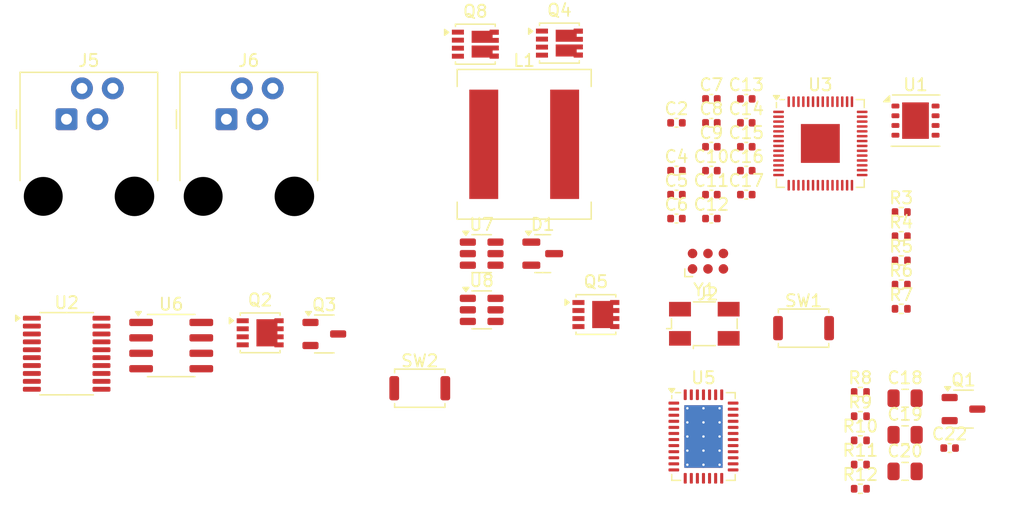
<source format=kicad_pcb>
(kicad_pcb (version 20240108) (generator "pcbnew") (generator_version "8.0")
  (layers (0 "F.Cu" signal) (31 "B.Cu" signal) (34 "B.Paste" user) (35 "F.Paste" user) (36 "B.SilkS" user "B.Silkscreen") (37 "F.SilkS" user "F.Silkscreen") (38 "B.Mask" user) (39 "F.Mask" user) (44 "Edge.Cuts" user))
  (net 0 "")
  (net 1 "GND")
  (net 2 "+5V")
  (net 3 "+3V3")
  (net 4 "/Microcontroller/XIN")
  (net 5 "/Microcontroller/XOUT_R")
  (net 6 "+1V1")
  (net 7 "/Battery/BST2")
  (net 8 "/USBC/VDDCH")
  (net 9 "/Microcontroller/SWCLK")
  (net 11 "/Microcontroller/SWD")
  (net 13 "/Microcontroller/~{RESET}")
  (net 14 "/USBC/~{CFG1}")
  (net 15 "Net-(Q1-D)")
  (net 17 "/Battery/SW2")
  (net 18 "/CAN_bus/CANL")
  (net 19 "/CAN_bus/CANH")
  (net 20 "Net-(J5-Pad4)")
  (net 21 "/Battery/SW1")
  (net 22 "Net-(R3-Pad1)")
  (net 23 "/Microcontroller/FLASH_~{CS}")
  (net 24 "/Microcontroller/RP2040_D+")
  (net 25 "/Microcontroller/USB_D+")
  (net 26 "/Microcontroller/RP2040_D-")
  (net 27 "/Microcontroller/USB_D-")
  (net 28 "/Microcontroller/XOUT")
  (net 29 "Net-(U4-VBUS)")
  (net 30 "/USBC/PG")
  (net 31 "/Microcontroller/FLASH_IO0")
  (net 32 "/Microcontroller/FLASH_CLK")
  (net 33 "/Microcontroller/FLASH_IO2")
  (net 34 "/Microcontroller/FLASH_IO1")
  (net 35 "/Microcontroller/FLASH_IO3")
  (net 36 "+BATT")
  (net 37 "/Microcontroller/GPIO3")
  (net 38 "/Microcontroller/GPIO21")
  (net 39 "/Microcontroller/GPIO2")
  (net 40 "/Microcontroller/GPIO9")
  (net 41 "/Microcontroller/GPIO15")
  (net 42 "/Microcontroller/GPIO29_ADC3")
  (net 43 "/Microcontroller/GPIO4")
  (net 44 "/Microcontroller/GPIO7")
  (net 45 "/Microcontroller/GPIO0")
  (net 46 "/Microcontroller/GPIO12")
  (net 47 "/Microcontroller/GPIO13")
  (net 48 "/Microcontroller/GPIO18")
  (net 49 "/Microcontroller/GPIO27_ADC1")
  (net 50 "/Microcontroller/GPIO25")
  (net 51 "/Microcontroller/GPIO26_ADC0")
  (net 52 "/Microcontroller/GPIO8")
  (net 53 "/Microcontroller/GPIO5")
  (net 54 "/Microcontroller/GPIO23")
  (net 55 "/Microcontroller/GPIO28_ADC2")
  (net 56 "/Microcontroller/GPIO17")
  (net 57 "/Microcontroller/GPIO24")
  (net 58 "/Microcontroller/GPIO6")
  (net 59 "/Microcontroller/GPIO10")
  (net 60 "/Microcontroller/GPIO20")
  (net 61 "/Microcontroller/GPIO16")
  (net 62 "/Microcontroller/GPIO19")
  (net 63 "/Microcontroller/GPIO1")
  (net 64 "/Microcontroller/GPIO11")
  (net 65 "/Microcontroller/GPIO22")
  (net 66 "/Microcontroller/GPIO14")
  (net 67 "VBUS")
  (net 68 "/CAN_bus/POWER_OUT_EN")
  (net 70 "/Battery/BATT_RAW")
  (net 71 "/Battery/Vfb_minmax")
  (net 72 "/Battery/FBG")
  (net 73 "Net-(U5-ITH)")
  (net 74 "/Battery/TG2")
  (net 75 "/Battery/BG2")
  (net 76 "/Battery/BAT")
  (net 77 "Net-(Q5-D)")
  (net 78 "/Battery/INTVcc")
  (net 79 "/Battery/Vfb")
  (net 80 "/Battery/BGATE")
  (net 81 "/Battery/TG1")
  (net 82 "/Battery/BG1")
  (net 83 "Net-(Q8B-S)")
  (net 84 "Net-(Q8A-D)")
  (net 86 "Net-(U2-OSC2)")
  (net 87 "/CAN_bus/~{CS}")
  (net 88 "Net-(U2-TXCAN)")
  (net 90 "Net-(U5-CSOUT)")
  (net 92 "Net-(Q2-G)")
  (net 94 "Net-(U5-VC)")
  (net 95 "Net-(U2-OSC1)")
  (net 98 "Net-(U2-~{RESET})")
  (net 99 "/CAN_bus/MOSI")
  (net 100 "/CAN_bus/SCK")
  (net 101 "/CAN_bus/MISO")
  (net 103 "/CAN_bus/~{INT}")
  (net 106 "Net-(U2-RXCAN)")
  (net 107 "/Battery/SENSTOP")
  (net 108 "/Battery/SENSBOT")
  (net 109 "/Battery/CSP")
  (net 110 "/Battery/BST1")
  (net 111 "/Battery/SENSGND")
  (net 112 "/Battery/STAT1")
  (net 113 "/Battery/CSN")
  (net 114 "/Battery/RT")
  (net 115 "/Battery/NTC")
  (net 116 "/Battery/SENSVin")
  (net 117 "/Battery/STAT2")
  (net 118 "/Battery/SHDN")
  (net 119 "Net-(U6-RXD)")
  (net 121 "Net-(U6-Rs)")
  (net 122 "Net-(U7-BST)")
  (net 123 "Net-(U7-SW)")
  (net 124 "Net-(U8-SW)")
  (net 125 "Net-(U8-BST)")
  (net 126 "/Battery/5V_EN")
  (footprint "Package_TO_SOT_SMD:SOT-23" (layer "F.Cu") (at 90.0625 57)
    (property "Reference" "D1" (at 0 -2.4 0) (layer "F.SilkS"))
    (property "Value" "BZX84C6V2L")
    (pad "1" smd roundrect (at -0.9375 -0.95) (size 1.475 0.6) (layers "F.Cu" "F.Paste" "F.Mask") (net 17 "/Battery/SW2"))
    (pad "2" smd roundrect (at -0.9375 0.95) (size 1.475 0.6) (layers "F.Cu" "F.Paste" "F.Mask"))
    (pad "3" smd roundrect (at 0.9375 0) (size 1.475 0.6) (layers "F.Cu" "F.Paste" "F.Mask") (net 7 "/Battery/BST2"))
  )
  (footprint "Capacitor_SMD:C_0402_1005Metric" (layer "F.Cu") (at 106.8 52.14)
    (property "Reference" "C17" (at 0 -1.16 0) (layer "F.SilkS"))
    (property "Value" "100n")
    (pad "1" smd roundrect (at -0.48 0) (size 0.56 0.62) (layers "F.Cu" "F.Paste" "F.Mask") (net 3 "+3V3"))
    (pad "2" smd roundrect (at 0.48 0) (size 0.56 0.62) (layers "F.Cu" "F.Paste" "F.Mask") (net 1 "GND"))
  )
  (footprint "Capacitor_SMD:C_0402_1005Metric" (layer "F.Cu") (at 106.8 46.23)
    (property "Reference" "C14" (at 0 -1.16 0) (layer "F.SilkS"))
    (property "Value" "100n")
    (pad "1" smd roundrect (at -0.48 0) (size 0.56 0.62) (layers "F.Cu" "F.Paste" "F.Mask") (net 3 "+3V3"))
    (pad "2" smd roundrect (at 0.48 0) (size 0.56 0.62) (layers "F.Cu" "F.Paste" "F.Mask") (net 1 "GND"))
  )
  (footprint "Capacitor_SMD:C_0402_1005Metric" (layer "F.Cu") (at 106.8 50.17)
    (property "Reference" "C16" (at 0 -1.16 0) (layer "F.SilkS"))
    (property "Value" "100n")
    (pad "1" smd roundrect (at -0.48 0) (size 0.56 0.62) (layers "F.Cu" "F.Paste" "F.Mask") (net 3 "+3V3"))
    (pad "2" smd roundrect (at 0.48 0) (size 0.56 0.62) (layers "F.Cu" "F.Paste" "F.Mask") (net 1 "GND"))
  )
  (footprint "Resistor_SMD:R_0402_1005Metric" (layer "F.Cu") (at 119.54 53.58)
    (property "Reference" "R3" (at 0 -1.17 0) (layer "F.SilkS"))
    (property "Value" "1k")
    (pad "1" smd roundrect (at -0.51 0) (size 0.54 0.64) (layers "F.Cu" "F.Paste" "F.Mask") (net 22 "Net-(R3-Pad1)"))
    (pad "2" smd roundrect (at 0.51 0) (size 0.54 0.64) (layers "F.Cu" "F.Paste" "F.Mask") (net 23 "/Microcontroller/FLASH_~{CS}"))
  )
  (footprint "Package_TO_SOT_SMD:SOT-23-3" (layer "F.Cu") (at 72.1025 63.61)
    (property "Reference" "Q3" (at 0 -2.4 0) (layer "F.SilkS"))
    (property "Value" "Q_NMOS_GSD")
    (pad "1" smd roundrect (at -1.1375 -0.95) (size 1.325 0.6) (layers "F.Cu" "F.Paste" "F.Mask") (net 68 "/CAN_bus/POWER_OUT_EN"))
    (pad "2" smd roundrect (at -1.1375 0.95) (size 1.325 0.6) (layers "F.Cu" "F.Paste" "F.Mask") (net 1 "GND"))
    (pad "3" smd roundrect (at 1.1375 0) (size 1.325 0.6) (layers "F.Cu" "F.Paste" "F.Mask") (net 92 "Net-(Q2-G)"))
  )
  (footprint "Resistor_SMD:R_0402_1005Metric" (layer "F.Cu") (at 119.54 55.57)
    (property "Reference" "R4" (at 0 -1.17 0) (layer "F.SilkS"))
    (property "Value" "27")
    (pad "1" smd roundrect (at -0.51 0) (size 0.54 0.64) (layers "F.Cu" "F.Paste" "F.Mask") (net 25 "/Microcontroller/USB_D+"))
    (pad "2" smd roundrect (at 0.51 0) (size 0.54 0.64) (layers "F.Cu" "F.Paste" "F.Mask") (net 24 "/Microcontroller/RP2040_D+"))
  )
  (footprint "Resistor_SMD:R_0402_1005Metric" (layer "F.Cu") (at 119.54 59.55)
    (property "Reference" "R6" (at 0 -1.17 0) (layer "F.SilkS"))
    (property "Value" "10k")
    (pad "1" smd roundrect (at -0.51 0) (size 0.54 0.64) (layers "F.Cu" "F.Paste" "F.Mask") (net 3 "+3V3"))
    (pad "2" smd roundrect (at 0.51 0) (size 0.54 0.64) (layers "F.Cu" "F.Paste" "F.Mask") (net 13 "/Microcontroller/~{RESET}"))
  )
  (footprint "Package_TO_SOT_SMD:TSOT-23-6" (layer "F.Cu") (at 85.0425 57)
    (property "Reference" "U7" (at 0 -2.4 0) (layer "F.SilkS"))
    (property "Value" "AP63203WU")
    (pad "1" smd roundrect (at -1.1375 -0.95) (size 1.325 0.6) (layers "F.Cu" "F.Paste" "F.Mask") (net 3 "+3V3"))
    (pad "2" smd roundrect (at -1.1375 0) (size 1.325 0.6) (layers "F.Cu" "F.Paste" "F.Mask") (net 36 "+BATT"))
    (pad "3" smd roundrect (at -1.1375 0.95) (size 1.325 0.6) (layers "F.Cu" "F.Paste" "F.Mask") (net 36 "+BATT"))
    (pad "4" smd roundrect (at 1.1375 0.95) (size 1.325 0.6) (layers "F.Cu" "F.Paste" "F.Mask") (net 1 "GND"))
    (pad "5" smd roundrect (at 1.1375 0) (size 1.325 0.6) (layers "F.Cu" "F.Paste" "F.Mask") (net 123 "Net-(U7-SW)"))
    (pad "6" smd roundrect (at 1.1375 -0.95) (size 1.325 0.6) (layers "F.Cu" "F.Paste" "F.Mask") (net 122 "Net-(U7-BST)"))
  )
  (footprint "Button_Switch_SMD:SW_Push_SPST_NO_Alps_SKRK" (layer "F.Cu") (at 111.51 63.13)
    (property "Reference" "SW1" (at 0 -2.25 0) (layer "F.SilkS"))
    (property "Value" "SW_Push")
    (pad "1" smd roundrect (at -2.1 0) (size 0.8 2) (layers "F.Cu" "F.Paste" "F.Mask") (net 1 "GND"))
    (pad "2" smd roundrect (at 2.1 0) (size 0.8 2) (layers "F.Cu" "F.Paste" "F.Mask") (net 22 "Net-(R3-Pad1)"))
  )
  (footprint "Package_DFN_QFN:QFN-38-1EP_5x7mm_P0.5mm_EP3.15x5.15mm_ThermalVias" (layer "F.Cu") (at 103.28 72.05)
    (property "Reference" "U5" (at 0 -4.83 0) (layer "F.SilkS"))
    (property "Value" "LTC4020")
    (pad "1" smd roundrect (at -2.4375 -2.75) (size 0.875 0.25) (layers "F.Cu" "F.Paste" "F.Mask") (net 81 "/Battery/TG1"))
    (pad "2" smd roundrect (at -2.4375 -2.25) (size 0.875 0.25) (layers "F.Cu" "F.Paste" "F.Mask") (net 110 "/Battery/BST1"))
    (pad "3" smd roundrect (at -2.4375 -1.75) (size 0.875 0.25) (layers "F.Cu" "F.Paste" "F.Mask") (net 1 "GND"))
    (pad "4" smd roundrect (at -2.4375 -1.25) (size 0.875 0.25) (layers "F.Cu" "F.Paste" "F.Mask") (net 111 "/Battery/SENSGND"))
    (pad "5" smd roundrect (at -2.4375 -0.75) (size 0.875 0.25) (layers "F.Cu" "F.Paste" "F.Mask") (net 108 "/Battery/SENSBOT"))
    (pad "6" smd roundrect (at -2.4375 -0.25) (size 0.875 0.25) (layers "F.Cu" "F.Paste" "F.Mask") (net 107 "/Battery/SENSTOP"))
    (pad "7" smd roundrect (at -2.4375 0.25) (size 0.875 0.25) (layers "F.Cu" "F.Paste" "F.Mask") (net 116 "/Battery/SENSVin"))
    (pad "8" smd roundrect (at -2.4375 0.75) (size 0.875 0.25) (layers "F.Cu" "F.Paste" "F.Mask") (net 114 "/Battery/RT"))
    (pad "9" smd roundrect (at -2.4375 1.25) (size 0.875 0.25) (layers "F.Cu" "F.Paste" "F.Mask") (net 118 "/Battery/SHDN"))
    (pad "10" smd roundrect (at -2.4375 1.75) (size 0.875 0.25) (layers "F.Cu" "F.Paste" "F.Mask") (net 67 "VBUS"))
    (pad "11" smd roundrect (at -2.4375 2.25) (size 0.875 0.25) (layers "F.Cu" "F.Paste" "F.Mask") (net 1 "GND"))
    (pad "12" smd roundrect (at -2.4375 2.75) (size 0.875 0.25) (layers "F.Cu" "F.Paste" "F.Mask") (net 112 "/Battery/STAT1"))
    (pad "13" smd roundrect (at -1.5 3.4375) (size 0.25 0.875) (layers "F.Cu" "F.Paste" "F.Mask") (net 117 "/Battery/STAT2"))
    (pad "14" smd roundrect (at -1 3.4375) (size 0.25 0.875) (layers "F.Cu" "F.Paste" "F.Mask") (net 1 "GND"))
    (pad "15" smd roundrect (at -0.5 3.4375) (size 0.25 0.875) (layers "F.Cu" "F.Paste" "F.Mask"))
    (pad "16" smd roundrect (at 0 3.4375) (size 0.25 0.875) (layers "F.Cu" "F.Paste" "F.Mask") (net 115 "/Battery/NTC"))
    (pad "17" smd roundrect (at 0.5 3.4375) (size 0.25 0.875) (layers "F.Cu" "F.Paste" "F.Mask") (net 79 "/Battery/Vfb"))
    (pad "18" smd roundrect (at 1 3.4375) (size 0.25 0.875) (layers "F.Cu" "F.Paste" "F.Mask") (net 72 "/Battery/FBG"))
    (pad "19" smd roundrect (at 1.5 3.4375) (size 0.25 0.875) (layers "F.Cu" "F.Paste" "F.Mask") (net 71 "/Battery/Vfb_minmax"))
    (pad "20" smd roundrect (at 2.4375 2.75) (size 0.875 0.25) (layers "F.Cu" "F.Paste" "F.Mask") (net 76 "/Battery/BAT"))
    (pad "21" smd roundrect (at 2.4375 2.25) (size 0.875 0.25) (layers "F.Cu" "F.Paste" "F.Mask") (net 80 "/Battery/BGATE"))
    (pad "22" smd roundrect (at 2.4375 1.75) (size 0.875 0.25) (layers "F.Cu" "F.Paste" "F.Mask") (net 113 "/Battery/CSN"))
    (pad "23" smd roundrect (at 2.4375 1.25) (size 0.875 0.25) (layers "F.Cu" "F.Paste" "F.Mask") (net 109 "/Battery/CSP"))
    (pad "24" smd roundrect (at 2.4375 0.75) (size 0.875 0.25) (layers "F.Cu" "F.Paste" "F.Mask") (net 90 "Net-(U5-CSOUT)"))
    (pad "25" smd roundrect (at 2.4375 0.25) (size 0.875 0.25) (layers "F.Cu" "F.Paste" "F.Mask"))
    (pad "26" smd roundrect (at 2.4375 -0.25) (size 0.875 0.25) (layers "F.Cu" "F.Paste" "F.Mask") (net 71 "/Battery/Vfb_minmax"))
    (pad "27" smd roundrect (at 2.4375 -0.75) (size 0.875 0.25) (layers "F.Cu" "F.Paste" "F.Mask") (net 73 "Net-(U5-ITH)"))
    (pad "28" smd roundrect (at 2.4375 -1.25) (size 0.875 0.25) (layers "F.Cu" "F.Paste" "F.Mask") (net 94 "Net-(U5-VC)"))
    (pad "29" smd roundrect (at 2.4375 -1.75) (size 0.875 0.25) (layers "F.Cu" "F.Paste" "F.Mask") (net 1 "GND"))
    (pad "30" smd roundrect (at 2.4375 -2.25) (size 0.875 0.25) (layers "F.Cu" "F.Paste" "F.Mask") (net 7 "/Battery/BST2"))
    (pad "31" smd roundrect (at 2.4375 -2.75) (size 0.875 0.25) (layers "F.Cu" "F.Paste" "F.Mask") (net 74 "/Battery/TG2"))
    (pad "32" smd roundrect (at 1.5 -3.4375) (size 0.25 0.875) (layers "F.Cu" "F.Paste" "F.Mask") (net 17 "/Battery/SW2"))
    (pad "33" smd roundrect (at 1 -3.4375) (size 0.25 0.875) (layers "F.Cu" "F.Paste" "F.Mask") (net 75 "/Battery/BG2"))
    (pad "34" smd roundrect (at 0.5 -3.4375) (size 0.25 0.875) (layers "F.Cu" "F.Paste" "F.Mask") (net 78 "/Battery/INTVcc"))
    (pad "35" smd roundrect (at 0 -3.4375) (size 0.25 0.875) (layers "F.Cu" "F.Paste" "F.Mask") (net 1 "GND"))
    (pad "36" smd roundrect (at -0.5 -3.4375) (size 0.25 0.875) (layers "F.Cu" "F.Paste" "F.Mask") (net 67 "VBUS"))
    (pad "37" smd roundrect (at -1 -3.4375) (size 0.25 0.875) (layers "F.Cu" "F.Paste" "F.Mask") (net 82 "/Battery/BG1"))
    (pad "38" smd roundrect (at -1.5 -3.4375) (size 0.25 0.875) (layers "F.Cu" "F.Paste" "F.Mask") (net 21 "/Battery/SW1"))
    (pad "39" thru_hole circle (at -1.325 -2.325) (size 0.5 0.5) (drill 0.2) (property pad_prop_heatsink) (layers "*.Cu") (net 1 "GND"))
    (pad "39" thru_hole circle (at -1.325 -1.1625) (size 0.5 0.5) (drill 0.2) (property pad_prop_heatsink) (layers "*.Cu") (net 1 "GND"))
    (pad "39" thru_hole circle (at -1.325 0) (size 0.5 0.5) (drill 0.2) (property pad_prop_heatsink) (layers "*.Cu") (net 1 "GND"))
    (pad "39" thru_hole circle (at -1.325 1.1625) (size 0.5 0.5) (drill 0.2) (property pad_prop_heatsink) (layers "*.Cu") (net 1 "GND"))
    (pad "39" thru_hole circle (at -1.325 2.325) (size 0.5 0.5) (drill 0.2) (property pad_prop_heatsink) (layers "*.Cu") (net 1 "GND"))
    (pad "39" thru_hole circle (at 0 -2.325) (size 0.5 0.5) (drill 0.2) (property pad_prop_heatsink) (layers "*.Cu") (net 1 "GND"))
    (pad "39" thru_hole circle (at 0 -1.1625) (size 0.5 0.5) (drill 0.2) (property pad_prop_heatsink) (layers "*.Cu") (net 1 "GND"))
    (pad "39" thru_hole circle (at 0 0) (size 0.5 0.5) (drill 0.2) (property pad_prop_heatsink) (layers "*.Cu") (net 1 "GND"))
    (pad "39" smd rect (at 0 0) (size 3.15 5.15) (property pad_prop_heatsink) (layers "F.Cu" "F.Mask") (net 1 "GND"))
    (pad "39" smd rect (at 0 0) (size 3.15 5.15) (property pad_prop_heatsink) (layers "B.Cu") (net 1 "GND"))
    (pad "39" thru_hole circle (at 0 1.1625) (size 0.5 0.5) (drill 0.2) (property pad_prop_heatsink) (layers "*.Cu") (net 1 "GND"))
    (pad "39" thru_hole circle (at 0 2.325) (size 0.5 0.5) (drill 0.2) (property pad_prop_heatsink) (layers "*.Cu") (net 1 "GND"))
    (pad "39" thru_hole circle (at 1.325 -2.325) (size 0.5 0.5) (drill 0.2) (property pad_prop_heatsink) (layers "*.Cu") (net 1 "GND"))
    (pad "39" thru_hole circle (at 1.325 -1.1625) (size 0.5 0.5) (drill 0.2) (property pad_prop_heatsink) (layers "*.Cu") (net 1 "GND"))
    (pad "39" thru_hole circle (at 1.325 0) (size 0.5 0.5) (drill 0.2) (property pad_prop_heatsink) (layers "*.Cu") (net 1 "GND"))
    (pad "39" thru_hole circle (at 1.325 1.1625) (size 0.5 0.5) (drill 0.2) (property pad_prop_heatsink) (layers "*.Cu") (net 1 "GND"))
    (pad "39" thru_hole circle (at 1.325 2.325) (size 0.5 0.5) (drill 0.2) (property pad_prop_heatsink) (layers "*.Cu") (net 1 "GND"))
  )
  (footprint "Capacitor_SMD:C_0402_1005Metric" (layer "F.Cu") (at 101.06 52.14)
    (property "Reference" "C5" (at 0 -1.16 0) (layer "F.SilkS"))
    (property "Value" "10p")
    (pad "1" smd roundrect (at -0.48 0) (size 0.56 0.62) (layers "F.Cu" "F.Paste" "F.Mask") (net 1 "GND"))
    (pad "2" smd roundrect (at 0.48 0) (size 0.56 0.62) (layers "F.Cu" "F.Paste" "F.Mask") (net 5 "/Microcontroller/XOUT_R"))
  )
  (footprint "Package_SON:WSON-8-1EP_4x4mm_P0.8mm_EP2.2x3mm" (layer "F.Cu") (at 120.715 46.05)
    (property "Reference" "U1" (at 0 -2.95 0) (layer "F.SilkS"))
    (property "Value" "W25Q64JVXGIQ")
    (pad "1" smd roundrect (at -1.65 -1.2) (size 0.65 0.4) (layers "F.Cu" "F.Paste" "F.Mask") (net 23 "/Microcontroller/FLASH_~{CS}"))
    (pad "2" smd roundrect (at -1.65 -0.4) (size 0.65 0.4) (layers "F.Cu" "F.Paste" "F.Mask") (net 34 "/Microcontroller/FLASH_IO1"))
    (pad "3" smd roundrect (at -1.65 0.4) (size 0.65 0.4) (layers "F.Cu" "F.Paste" "F.Mask") (net 33 "/Microcontroller/FLASH_IO2"))
    (pad "4" smd roundrect (at -1.65 1.2) (size 0.65 0.4) (layers "F.Cu" "F.Paste" "F.Mask") (net 1 "GND"))
    (pad "5" smd roundrect (at 1.65 1.2) (size 0.65 0.4) (layers "F.Cu" "F.Paste" "F.Mask") (net 31 "/Microcontroller/FLASH_IO0"))
    (pad "6" smd roundrect (at 1.65 0.4) (size 0.65 0.4) (layers "F.Cu" "F.Paste" "F.Mask") (net 32 "/Microcontroller/FLASH_CLK"))
    (pad "7" smd roundrect (at 1.65 -0.4) (size 0.65 0.4) (layers "F.Cu" "F.Paste" "F.Mask") (net 35 "/Microcontroller/FLASH_IO3"))
    (pad "8" smd roundrect (at 1.65 -1.2) (size 0.65 0.4) (layers "F.Cu" "F.Paste" "F.Mask") (net 3 "+3V3"))
    (pad "9" smd rect (at 0 0) (size 2.2 3) (property pad_prop_heatsink) (layers "F.Cu" "F.Mask") (net 1 "GND"))
  )
  (footprint "Capacitor_SMD:C_0402_1005Metric" (layer "F.Cu") (at 103.93 44.26)
    (property "Reference" "C7" (at 0 -1.16 0) (layer "F.SilkS"))
    (property "Value" "100n")
    (pad "1" smd roundrect (at -0.48 0) (size 0.56 0.62) (layers "F.Cu" "F.Paste" "F.Mask") (net 6 "+1V1"))
    (pad "2" smd roundrect (at 0.48 0) (size 0.56 0.62) (layers "F.Cu" "F.Paste" "F.Mask") (net 1 "GND"))
  )
  (footprint "Resistor_SMD:R_0402_1005Metric" (layer "F.Cu") (at 116.18 72.37)
    (property "Reference" "R10" (at 0 -1.17 0) (layer "F.SilkS"))
    (property "Value" "10k")
    (pad "1" smd roundrect (at -0.51 0) (size 0.54 0.64) (layers "F.Cu" "F.Paste" "F.Mask") (net 3 "+3V3"))
    (pad "2" smd roundrect (at 0.51 0) (size 0.54 0.64) (layers "F.Cu" "F.Paste" "F.Mask") (net 30 "/USBC/PG"))
  )
  (footprint "Connector_RJ:RJ9_Evercom_5301-440xxx_Horizontal" (layer "F.Cu") (at 64.0525 45.935)
    (property "Reference" "J6" (at 1.84 -4.826 0) (layer "F.SilkS"))
    (property "Value" "RJ10")
    (pad "" np_thru_hole circle (at -1.91 6.35) (size 3.25 3.25) (drill 3.2) (layers "*.Mask"))
    (pad "" np_thru_hole circle (at 5.59 6.35) (size 3.25 3.25) (drill 3.25) (layers "*.Mask"))
    (pad "1" thru_hole roundrect (at 0 0) (size 1.8 1.8) (drill 0.9) (layers "*.Cu" "*.Mask") (roundrect_rratio 0.1388888889) (net 1 "GND"))
    (pad "2" thru_hole circle (at 1.27 -2.54) (size 1.8 1.8) (drill 0.9) (layers "*.Cu" "*.Mask") (net 19 "/CAN_bus/CANH"))
    (pad "3" thru_hole circle (at 2.54 0) (size 1.8 1.8) (drill 0.9) (layers "*.Cu" "*.Mask") (net 18 "/CAN_bus/CANL"))
    (pad "4" thru_hole circle (at 3.81 -2.54) (size 1.8 1.8) (drill 0.9) (layers "*.Cu" "*.Mask") (net 20 "Net-(J5-Pad4)"))
  )
  (footprint "Capacitor_SMD:C_0402_1005Metric" (layer "F.Cu") (at 106.8 48.2)
    (property "Reference" "C15" (at 0 -1.16 0) (layer "F.SilkS"))
    (property "Value" "100n")
    (pad "1" smd roundrect (at -0.48 0) (size 0.56 0.62) (layers "F.Cu" "F.Paste" "F.Mask") (net 3 "+3V3"))
    (pad "2" smd roundrect (at 0.48 0) (size 0.56 0.62) (layers "F.Cu" "F.Paste" "F.Mask") (net 1 "GND"))
  )
  (footprint "Crystal:Crystal_SMD_Abracon_ABM3B-4Pin_5.0x3.2mm" (layer "F.Cu") (at 103.35 62.77)
    (property "Reference" "Y1" (at 0 -2.8 0) (layer "F.SilkS"))
    (property "Value" "Crystal")
    (pad "1" smd rect (at -2 1.2) (size 1.8 1.2) (layers "F.Cu" "F.Paste" "F.Mask") (net 5 "/Microcontroller/XOUT_R"))
    (pad "2" smd rect (at 2 1.2) (size 1.8 1.2) (layers "F.Cu" "F.Paste" "F.Mask") (net 1 "GND"))
    (pad "3" smd rect (at 2 -1.2) (size 1.8 1.2) (layers "F.Cu" "F.Paste" "F.Mask") (net 4 "/Microcontroller/XIN"))
    (pad "4" smd rect (at -2 -1.2) (size 1.8 1.2) (layers "F.Cu" "F.Paste" "F.Mask") (net 1 "GND"))
  )
  (footprint "Capacitor_SMD:C_0402_1005Metric" (layer "F.Cu") (at 123.52 73)
    (property "Reference" "C22" (at 0 -1.16 0) (layer "F.SilkS"))
    (property "Value" "1u")
    (pad "1" smd roundrect (at -0.48 0) (size 0.56 0.62) (layers "F.Cu" "F.Paste" "F.Mask") (net 8 "/USBC/VDDCH"))
    (pad "2" smd roundrect (at 0.48 0) (size 0.56 0.62) (layers "F.Cu" "F.Paste" "F.Mask") (net 1 "GND"))
  )
  (footprint "Capacitor_SMD:C_0805_2012Metric" (layer "F.Cu") (at 119.86 68.9)
    (property "Reference" "C18" (at 0 -1.68 0) (layer "F.SilkS"))
    (property "Value" "10u")
    (pad "1" smd roundrect (at -0.95 0) (size 1 1.45) (layers "F.Cu" "F.Paste" "F.Mask") (net 67 "VBUS"))
    (pad "2" smd roundrect (at 0.95 0) (size 1 1.45) (layers "F.Cu" "F.Paste" "F.Mask") (net 1 "GND"))
  )
  (footprint "Package_SO:TSSOP-20_4.4x6.5mm_P0.65mm" (layer "F.Cu") (at 50.9175 65.235)
    (property "Reference" "U2" (at 0 -4.2 0) (layer "F.SilkS"))
    (property "Value" "MCP2515-xST")
    (pad "1" smd roundrect (at -2.8625 -2.925) (size 1.475 0.4) (layers "F.Cu" "F.Paste" "F.Mask") (net 88 "Net-(U2-TXCAN)"))
    (pad "2" smd roundrect (at -2.8625 -2.275) (size 1.475 0.4) (layers "F.Cu" "F.Paste" "F.Mask") (net 106 "Net-(U2-RXCAN)"))
    (pad "3" smd roundrect (at -2.8625 -1.625) (size 1.475 0.4) (layers "F.Cu" "F.Paste" "F.Mask"))
    (pad "4" smd roundrect (at -2.8625 -0.975) (size 1.475 0.4) (layers "F.Cu" "F.Paste" "F.Mask"))
    (pad "5" smd roundrect (at -2.8625 -0.325) (size 1.475 0.4) (layers "F.Cu" "F.Paste" "F.Mask"))
    (pad "6" smd roundrect (at -2.8625 0.325) (size 1.475 0.4) (layers "F.Cu" "F.Paste" "F.Mask"))
    (pad "7" smd roundrect (at -2.8625 0.975) (size 1.475 0.4) (layers "F.Cu" "F.Paste" "F.Mask"))
    (pad "8" smd roundrect (at -2.8625 1.625) (size 1.475 0.4) (layers "F.Cu" "F.Paste" "F.Mask") (net 86 "Net-(U2-OSC2)"))
    (pad "9" smd roundrect (at -2.8625 2.275) (size 1.475 0.4) (layers "F.Cu" "F.Paste" "F.Mask") (net 95 "Net-(U2-OSC1)"))
    (pad "10" smd roundrect (at -2.8625 2.925) (size 1.475 0.4) (layers "F.Cu" "F.Paste" "F.Mask") (net 1 "GND"))
    (pad "11" smd roundrect (at 2.8625 2.925) (size 1.475 0.4) (layers "F.Cu" "F.Paste" "F.Mask"))
    (pad "12" smd roundrect (at 2.8625 2.275) (size 1.475 0.4) (layers "F.Cu" "F.Paste" "F.Mask"))
    (pad "13" smd roundrect (at 2.8625 1.625) (size 1.475 0.4) (layers "F.Cu" "F.Paste" "F.Mask") (net 103 "/CAN_bus/~{INT}"))
    (pad "14" smd roundrect (at 2.8625 0.975) (size 1.475 0.4) (layers "F.Cu" "F.Paste" "F.Mask") (net 100 "/CAN_bus/SCK"))
    (pad "15" smd roundrect (at 2.8625 0.325) (size 1.475 0.4) (layers "F.Cu" "F.Paste" "F.Mask"))
    (pad "16" smd roundrect (at 2.8625 -0.325) (size 1.475 0.4) (layers "F.Cu" "F.Paste" "F.Mask") (net 99 "/CAN_bus/MOSI"))
    (pad "17" smd roundrect (at 2.8625 -0.975) (size 1.475 0.4) (layers "F.Cu" "F.Paste" "F.Mask") (net 101 "/CAN_bus/MISO"))
    (pad "18" smd roundrect (at 2.8625 -1.625) (size 1.475 0.4) (layers "F.Cu" "F.Paste" "F.Mask") (net 87 "/CAN_bus/~{CS}"))
    (pad "19" smd roundrect (at 2.8625 -2.275) (size 1.475 0.4) (layers "F.Cu" "F.Paste" "F.Mask") (net 98 "Net-(U2-~{RESET})"))
    (pad "20" smd roundrect (at 2.8625 -2.925) (size 1.475 0.4) (layers "F.Cu" "F.Paste" "F.Mask") (net 3 "+3V3"))
  )
  (footprint "Package_SO:Vishay_PowerPAK_1212-8_Dual" (layer "F.Cu") (at 91.435 39.67)
    (property "Reference" "Q4" (at 0 -2.7 360) (layer "F.SilkS"))
    (property "Value" "Si7960DP")
    (pad "1" smd rect (at -1.435 -0.99) (size 0.99 0.405) (layers "F.Cu" "F.Paste" "F.Mask") (net 17 "/Battery/SW2"))
    (pad "2" smd rect (at -1.435 -0.33) (size 0.99 0.405) (layers "F.Cu" "F.Paste" "F.Mask") (net 74 "/Battery/TG2"))
    (pad "3" smd rect (at -1.435 0.33) (size 0.99 0.405) (layers "F.Cu" "F.Paste" "F.Mask") (net 1 "GND"))
    (pad "4" smd rect (at -1.435 0.99) (size 0.99 0.405) (layers "F.Cu" "F.Paste" "F.Mask") (net 75 "/Battery/BG2"))
    (pad "5" smd custom (at 0.5575 0.6075) (size 1.725 0.99) (layers "F.Cu" "F.Paste" "F.Mask") (net 17 "/Battery/SW2") (options (clearance outline) (anchor rect)) (primitives (gr_poly (pts (xy 1.3725 -0.09) (xy 0.8625 -0.09) (xy 0.8625 0.165) (xy 1.3725 0.165) (xy 1.3725 0.5875) (xy 0.6125 0.5875) (xy 0.6125 -0.495) (xy 1.3725 -0.495)) (width 0) (fill yes))))
    (pad "6" smd custom (at 0.5575 -0.6075) (size 1.725 0.99) (layers "F.Cu" "F.Paste" "F.Mask") (net 70 "/Battery/BATT_RAW") (options (clearance outline) (anchor rect)) (primitives (gr_poly (pts (xy 1.3725 -0.165) (xy 0.8625 -0.165) (xy 0.8625 0.09) (xy 1.3725 0.09) (xy 1.3725 0.495) (xy 0.6125 0.495) (xy 0.6125 -0.5875) (xy 1.3725 -0.5875)) (width 0) (fill yes))))
  )
  (footprint "Resistor_SMD:R_0402_1005Metric" (layer "F.Cu") (at 116.18 68.39)
    (property "Reference" "R8" (at 0 -1.17 0) (layer "F.SilkS"))
    (property "Value" "1k")
    (pad "1" smd roundrect (at -0.51 0) (size 0.54 0.64) (layers "F.Cu" "F.Paste" "F.Mask") (net 67 "VBUS"))
    (pad "2" smd roundrect (at 0.51 0) (size 0.54 0.64) (layers "F.Cu" "F.Paste" "F.Mask") (net 8 "/USBC/VDDCH"))
  )
  (footprint "Capacitor_SMD:C_0402_1005Metric" (layer "F.Cu") (at 101.06 46.23)
    (property "Reference" "C2" (at 0 -1.16 0) (layer "F.SilkS"))
    (property "Value" "100n")
    (pad "1" smd roundrect (at -0.48 0) (size 0.56 0.62) (layers "F.Cu" "F.Paste" "F.Mask") (net 3 "+3V3"))
    (pad "2" smd roundrect (at 0.48 0) (size 0.56 0.62) (layers "F.Cu" "F.Paste" "F.Mask") (net 1 "GND"))
  )
  (footprint "Inductor_SMD:L_Coilcraft_XAL1010-XXX" (layer "F.Cu") (at 88.5375 48)
    (property "Reference" "L1" (at 0 -6.9 0) (layer "F.SilkS"))
    (property "Value" "XAL1010-153MED")
    (pad "1" smd rect (at -3.325 0) (size 2.38 9) (layers "F.Cu" "F.Paste" "F.Mask") (net 21 "/Battery/SW1"))
    (pad "2" smd rect (at 3.325 0) (size 2.38 9) (layers "F.Cu" "F.Paste" "F.Mask") (net 17 "/Battery/SW2"))
  )
  (footprint "Button_Switch_SMD:SW_Push_SPST_NO_Alps_SKRK" (layer "F.Cu") (at 79.9525 68.075)
    (property "Reference" "SW2" (at 0 -2.25 0) (layer "F.SilkS"))
    (property "Value" "SW_Push")
    (pad "1" smd roundrect (at -2.1 0) (size 0.8 2) (layers "F.Cu" "F.Paste" "F.Mask") (net 13 "/Microcontroller/~{RESET}"))
    (pad "2" smd roundrect (at 2.1 0) (size 0.8 2) (layers "F.Cu" "F.Paste" "F.Mask") (net 1 "GND"))
  )
  (footprint "Connector_RJ:RJ9_Evercom_5301-440xxx_Horizontal" (layer "F.Cu") (at 50.9025 45.935)
    (property "Reference" "J5" (at 1.84 -4.826 0) (layer "F.SilkS"))
    (property "Value" "RJ10")
    (pad "" np_thru_hole circle (at -1.91 6.35) (size 3.25 3.25) (drill 3.2) (layers "*.Mask"))
    (pad "" np_thru_hole circle (at 5.59 6.35) (size 3.25 3.25) (drill 3.25) (layers "*.Mask"))
    (pad "1" thru_hole roundrect (at 0 0) (size 1.8 1.8) (drill 0.9) (layers "*.Cu" "*.Mask") (roundrect_rratio 0.1388888889) (net 1 "GND"))
    (pad "2" thru_hole circle (at 1.27 -2.54) (size 1.8 1.8) (drill 0.9) (layers "*.Cu" "*.Mask") (net 19 "/CAN_bus/CANH"))
    (pad "3" thru_hole circle (at 2.54 0) (size 1.8 1.8) (drill 0.9) (layers "*.Cu" "*.Mask") (net 18 "/CAN_bus/CANL"))
    (pad "4" thru_hole circle (at 3.81 -2.54) (size 1.8 1.8) (drill 0.9) (layers "*.Cu" "*.Mask") (net 20 "Net-(J5-Pad4)"))
  )
  (footprint "Capacitor_SMD:C_0805_2012Metric" (layer "F.Cu") (at 119.86 74.92)
    (property "Reference" "C20" (at 0 -1.68 0) (layer "F.SilkS"))
    (property "Value" "10u")
    (pad "1" smd roundrect (at -0.95 0) (size 1 1.45) (layers "F.Cu" "F.Paste" "F.Mask") (net 67 "VBUS"))
    (pad "2" smd roundrect (at 0.95 0) (size 1 1.45) (layers "F.Cu" "F.Paste" "F.Mask") (net 1 "GND"))
  )
  (footprint "Resistor_SMD:R_0402_1005Metric" (layer "F.Cu") (at 119.54 61.54)
    (property "Reference" "R7" (at 0 -1.17 0) (layer "F.SilkS"))
    (property "Value" "1k")
    (pad "1" smd roundrect (at -0.51 0) (size 0.54 0.64) (layers "F.Cu" "F.Paste" "F.Mask") (net 5 "/Microcontroller/XOUT_R"))
    (pad "2" smd roundrect (at 0.51 0) (size 0.54 0.64) (layers "F.Cu" "F.Paste" "F.Mask") (net 28 "/Microcontroller/XOUT"))
  )
  (footprint "Package_SO:Vishay_PowerPAK_1212-8_Single" (layer "F.Cu") (at 94.435 62.01)
    (property "Reference" "Q5" (at 0 -2.7 0) (layer "F.SilkS"))
    (property "Value" "Si7461DP")
    (pad "1" smd rect (at -1.435 -0.99) (size 0.99 0.405) (layers "F.Cu" "F.Paste" "F.Mask") (net 76 "/Battery/BAT"))
    (pad "2" smd rect (at -1.435 -0.33) (size 0.99 0.405) (layers "F.Cu" "F.Paste" "F.Mask") (net 76 "/Battery/BAT"))
    (pad "3" smd rect (at -1.435 0.33) (size 0.99 0.405) (layers "F.Cu" "F.Paste" "F.Mask") (net 76 "/Battery/BAT"))
    (pad "4" smd rect (at -1.435 0.99) (size 0.99 0.405) (layers "F.Cu" "F.Paste" "F.Mask") (net 80 "/Battery/BGATE"))
    (pad "5" smd custom (at 0.5575 0) (size 1.725 2.235) (layers "F.Cu" "F.Paste" "F.Mask") (net 77 "Net-(Q5-D)") (options (clearance outline) (anchor rect)) (primitives (gr_poly (pts (xy 1.3725 -0.7875) (xy 0.8625 -0.7875) (xy 0.8625 -0.5325) (xy 1.3725 -0.5325) (xy 1.3725 -0.1275) (xy 0.8625 -0.1275) (xy 0.8625 0.1275) (xy 1.3725 0.1275) (xy 1.3725 0.5325) (xy 0.8625 0.5325) (xy 0.8625 0.7875) (xy 1.3725 0.7875) (xy 1.3725 1.195) (xy 0.6125 1.195) (xy 0.6125 -1.195) (xy 1.3725 -1.195)) (width 0) (fill yes))))
  )
  (footprint "Capacitor_SMD:C_0402_1005Metric" (layer "F.Cu") (at 106.8 44.26)
    (property "Reference" "C13" (at 0 -1.16 0) (layer "F.SilkS"))
    (property "Value" "100n")
    (pad "1" smd roundrect (at -0.48 0) (size 0.56 0.62) (layers "F.Cu" "F.Paste" "F.Mask") (net 3 "+3V3"))
    (pad "2" smd roundrect (at 0.48 0) (size 0.56 0.62) (layers "F.Cu" "F.Paste" "F.Mask") (net 1 "GND"))
  )
  (footprint "Resistor_SMD:R_0402_1005Metric" (layer "F.Cu") (at 116.18 70.38)
    (property "Reference" "R9" (at 0 -1.17 0) (layer "F.SilkS"))
    (property "Value" "10k")
    (pad "1" smd roundrect (at -0.51 0) (size 0.54 0.64) (layers "F.Cu" "F.Paste" "F.Mask") (net 67 "VBUS"))
    (pad "2" smd roundrect (at 0.51 0) (size 0.54 0.64) (layers "F.Cu" "F.Paste" "F.Mask") (net 29 "Net-(U4-VBUS)"))
  )
  (footprint "Capacitor_SMD:C_0402_1005Metric" (layer "F.Cu") (at 103.93 46.23)
    (property "Reference" "C8" (at 0 -1.16 0) (layer "F.SilkS"))
    (property "Value" "100n")
    (pad "1" smd roundrect (at -0.48 0) (size 0.56 0.62) (layers "F.Cu" "F.Paste" "F.Mask") (net 6 "+1V1"))
    (pad "2" smd roundrect (at 0.48 0) (size 0.56 0.62) (layers "F.Cu" "F.Paste" "F.Mask") (net 1 "GND"))
  )
  (footprint "Package_DFN_QFN:QFN-56-1EP_7x7mm_P0.4mm_EP3.2x3.2mm" (layer "F.Cu") (at 112.89 47.93)
    (property "Reference" "U3" (at 0 -4.83 0) (layer "F.SilkS"))
    (property "Value" "RP2040")
    (pad "1" smd roundrect (at -3.4375 -2.6) (size 0.875 0.2) (layers "F.Cu" "F.Paste" "F.Mask") (net 3 "+3V3"))
    (pad "2" smd roundrect (at -3.4375 -2.2) (size 0.875 0.2) (layers "F.Cu" "F.Paste" "F.Mask") (net 45 "/Microcontroller/GPIO0"))
    (pad "3" smd roundrect (at -3.4375 -1.8) (size 0.875 0.2) (layers "F.Cu" "F.Paste" "F.Mask") (net 63 "/Microcontroller/GPIO1"))
    (pad "4" smd roundrect (at -3.4375 -1.4) (size 0.875 0.2) (layers "F.Cu" "F.Paste" "F.Mask") (net 39 "/Microcontroller/GPIO2"))
    (pad "5" smd roundrect (at -3.4375 -1) (size 0.875 0.2) (layers "F.Cu" "F.Paste" "F.Mask") (net 37 "/Microcontroller/GPIO3"))
    (pad "6" smd roundrect (at -3.4375 -0.6) (size 0.875 0.2) (layers "F.Cu" "F.Paste" "F.Mask") (net 43 "/Microcontroller/GPIO4"))
    (pad "7" smd roundrect (at -3.4375 -0.2) (size 0.875 0.2) (layers "F.Cu" "F.Paste" "F.Mask") (net 53 "/Microcontroller/GPIO5"))
    (pad "8" smd roundrect (at -3.4375 0.2) (size 0.875 0.2) (layers "F.Cu" "F.Paste" "F.Mask") (net 58 "/Microcontroller/GPIO6"))
    (pad "9" smd roundrect (at -3.4375 0.6) (size 0.875 0.2) (layers "F.Cu" "F.Paste" "F.Mask") (net 44 "/Microcontroller/GPIO7"))
    (pad "10" smd roundrect (at -3.4375 1) (size 0.875 0.2) (layers "F.Cu" "F.Paste" "F.Mask") (net 3 "+3V3"))
    (pad "11" smd roundrect (at -3.4375 1.4) (size 0.875 0.2) (layers "F.Cu" "F.Paste" "F.Mask") (net 52 "/Microcontroller/GPIO8"))
    (pad "12" smd roundrect (at -3.4375 1.8) (size 0.875 0.2) (layers "F.Cu" "F.Paste" "F.Mask") (net 40 "/Microcontroller/GPIO9"))
    (pad "13" smd roundrect (at -3.4375 2.2) (size 0.875 0.2) (layers "F.Cu" "F.Paste" "F.Mask") (net 59 "/Microcontroller/GPIO10"))
    (pad "14" smd roundrect (at -3.4375 2.6) (size 0.875 0.2) (layers "F.Cu" "F.Paste" "F.Mask") (net 64 "/Microcontroller/GPIO11"))
    (pad "15" smd roundrect (at -2.6 3.4375) (size 0.2 0.875) (layers "F.Cu" "F.Paste" "F.Mask") (net 46 "/Microcontroller/GPIO12"))
    (pad "16" smd roundrect (at -2.2 3.4375) (size 0.2 0.875) (layers "F.Cu" "F.Paste" "F.Mask") (net 47 "/Microcontroller/GPIO13"))
    (pad "17" smd roundrect (at -1.8 3.4375) (size 0.2 0.875) (layers "F.Cu" "F.Paste" "F.Mask") (net 66 "/Microcontroller/GPIO14"))
    (pad "18" smd roundrect (at -1.4 3.4375) (size 0.2 0.875) (layers "F.Cu" "F.Paste" "F.Mask") (net 41 "/Microcontroller/GPIO15"))
    (pad "19" smd roundrect (at -1 3.4375) (size 0.2 0.875) (layers "F.Cu" "F.Paste" "F.Mask") (net 1 "GND"))
    (pad "20" smd roundrect (at -0.6 3.4375) (size 0.2 0.875) (layers "F.Cu" "F.Paste" "F.Mask") (net 4 "/Microcontroller/XIN"))
    (pad "21" smd roundrect (at -0.2 3.4375) (size 0.2 0.875) (layers "F.Cu" "F.Paste" "F.Mask") (net 28 "/Microcontroller/XOUT"))
    (pad "22" smd roundrect (at 0.2 3.4375) (size 0.2 0.875) (layers "F.Cu" "F.Paste" "F.Mask") (net 3 "+3V3"))
    (pad "23" smd roundrect (at 0.6 3.4375) (size 0.2 0.875) (layers "F.Cu" "F.Paste" "F.Mask") (net 6 "+1V1"))
    (pad "24" smd roundrect (at 1 3.4375) (size 0.2 0.875) (layers "F.Cu" "F.Paste" "F.Mask") (net 9 "/Microcontroller/SWCLK"))
    (pad "25" smd roundrect (at 1.4 3.4375) (size 0.2 0.875) (layers "F.Cu" "F.Paste" "F.Mask") (net 11 "/Microcontroller/SWD"))
    (pad "26" smd roundrect (at 1.8 3.4375) (size 0.2 0.875) (layers "F.Cu" "F.Paste" "F.Mask") (net 13 "/Microcontroller/~{RESET}"))
    (pad "27" smd roundrect (at 2.2 3.4375) (size 0.2 0.875) (layers "F.Cu" "F.Paste" "F.Mask") (net 61 "/Microcontroller/GPIO16"))
    (pad "28" smd roundrect (at 2.6 3.4375) (size 0.2 0.875) (layers "F.Cu" "F.Paste" "F.Mask") (net 56 "/Microcontroller/GPIO17"))
    (pad "29" smd roundrect (at 3.4375 2.6) (size 0.875 0.2) (layers "F.Cu" "F.Paste" "F.Mask") (net 48 "/Microcontroller/GPIO18"))
    (pad "30" smd roundrect (at 3.4375 2.2) (size 0.875 0.2) (layers "F.Cu" "F.Paste" "F.Mask") (net 62 "/Microcontroller/GPIO19"))
    (pad "31" smd roundrect (at 3.4375 1.8) (size 0.875 0.2) (layers "F.Cu" "F.Paste" "F.Mask") (net 60 "/Microcontroller/GPIO20"))
    (pad "32" smd roundrect (at 3.4375 1.4) (size 0.875 0.2) (layers "F.Cu" "F.Paste" "F.Mask") (net 38 "/Microcontroller/GPIO21"))
    (pad "33" smd roundrect (at 3.4375 1) (size 0.875 0.2) (layers "F.Cu" "F.Paste" "F.Mask") (net 3 "+3V3"))
    (pad "34" smd roundrect (at 3.4375 0.6) (size 0.875 0.2) (layers "F.Cu" "F.Paste" "F.Mask") (net 65 "/Microcontroller/GPIO22"))
    (pad "35" smd roundrect (at 3.4375 0.2) (size 0.875 0.2) (layers "F.Cu" "F.Paste" "F.Mask") (net 54 "/Microcontroller/GPIO23"))
    (pad "36" smd roundrect (at 3.4375 -0.2) (size 0.875 0.2) (layers "F.Cu" "F.Paste" "F.Mask") (net 57 "/Microcontroller/GPIO24"))
    (pad "37" smd roundrect (at 3.4375 -0.6) (size 0.875 0.2) (layers "F.Cu" "F.Paste" "F.Mask") (net 50 "/Microcontroller/GPIO25"))
    (pad "38" smd roundrect (at 3.4375 -1) (size 0.875 0.2) (layers "F.Cu" "F.Paste" "F.Mask") (net 51 "/Microcontroller/GPIO26_ADC0"))
    (pad "39" smd roundrect (at 3.4375 -1.4) (size 0.875 0.2) (layers "F.Cu" "F.Paste" "F.Mask") (net 49 "/Microcontroller/GPIO27_ADC1"))
    (pad "40" smd roundrect (at 3.4375 -1.8) (size 0.875 0.2) (layers "F.Cu" "F.Paste" "F.Mask") (net 55 "/Microcontroller/GPIO28_ADC2"))
    (pad "41" smd roundrect (at 3.4375 -2.2) (size 0.875 0.2) (layers "F.Cu" "F.Paste" "F.Mask") (net 42 "/Microcontroller/GPIO29_ADC3"))
    (pad "42" smd roundrect (at 3.4375 -2.6) (size 0.875 0.2) (layers "F.Cu" "F.Paste" "F.Mask") (net 3 "+3V3"))
    (pad "43" smd roundrect (at 2.6 -3.4375) (size 0.2 0.875) (layers "F.Cu" "F.Paste" "F.Mask") (net 3 "+3V3"))
    (pad "44" smd roundrect (at 2.2 -3.4375) (size 0.2 0.875) (layers "F.Cu" "F.Paste" "F.Mask") (net 3 "+3V3"))
    (pad "45" smd roundrect (at 1.8 -3.4375) (size 0.2 0.875) (layers "F.Cu" "F.Paste" "F.Mask") (net 6 "+1V1"))
    (pad "46" smd roundrect (at 1.4 -3.4375) (size 0.2 0.875) (layers "F.Cu" "F.Paste" "F.Mask") (net 26 "/Microcontroller/RP2040_D-"))
    (pad "47" smd roundrect (at 1 -3.4375) (size 0.2 0.875) (layers "F.Cu" "F.Paste" "F.Mask") (net 24 "/Microcontroller/RP2040_D+"))
    (pad "48" smd roundrect (at 0.6 -3.4375) (size 0.2 0.875) (layers "F.Cu" "F.Paste" "F.Mask") (net 3 "+3V3"))
    (pad "49" smd roundrect (at 0.2 -3.4375) (size 0.2 0.875) (layers "F.Cu" "F.Paste" "F.Mask") (net 3 "+3V3"))
    (pad "50" smd roundrect (at -0.2 -3.4375) (size 0.2 0.875) (layers "F.Cu" "F.Paste" "F.Mask") (net 6 "+1V1"))
    (pad "51" smd roundrect (at -0.6 -3.4375) (size 0.2 0.875) (layers "F.Cu" "F.Paste" "F.Mask") (net 35 "/Microcontroller/FLASH_IO3"))
    (pad "52" smd roundrect (at -1 -3.4375) (size 0.2 0.875) (layers "F.Cu" "F.Paste" "F.Mask") (net 32 "/Microcontroller/FLASH_CLK"))
    (pad "53" smd roundrect (at -1.4 -3.4375) (size 0.2 0.875) (layers "F.Cu" "F.Paste" "F.Mask") (net 31 "/Microcontroller/FLASH_IO0"))
    (pad "54" smd roundrect (at -1.8 -3.4375) (size 0.2 0.875) (layers "F.Cu" "F.Paste" "F.Mask") (net 33 "/Microcontroller/FLASH_IO2"))
    (pad "55" smd roundrect (at -2.2 -3.4375) (size 0.2 0.875) (layers "F.Cu" "F.Paste" "F.Mask") (net 34 "/Microcontroller/FLASH_IO1"))
    (pad "56" smd roundrect (at -2.6 -3.4375) (size 0.2 0.875) (layers "F.Cu" "F.Paste" "F.Mask") (net 23 "/Microcontroller/FLASH_~{CS}"))
    (pad "57" smd rect (at 0 0) (size 3.2 3.2) (property pad_prop_heatsink) (layers "F.Cu" "F.Mask") (net 1 "GND"))
  )
  (footprint "Package_TO_SOT_SMD:TSOT-23-6" (layer "F.Cu") (at 85.0425 61.625)
    (property "Reference" "U8" (at 0 -2.4 0) (layer "F.SilkS"))
    (property "Value" "AP63205WU")
    (pad "1" smd roundrect (at -1.1375 -0.95) (size 1.325 0.6) (layers "F.Cu" "F.Paste" "F.Mask") (net 2 "+5V"))
    (pad "2" smd roundrect (at -1.1375 0) (size 1.325 0.6) (layers "F.Cu" "F.Paste" "F.Mask") (net 126 "/Battery/5V_EN"))
    (pad "3" smd roundrect (at -1.1375 0.95) (size 1.325 0.6) (layers "F.Cu" "F.Paste" "F.Mask") (net 36 "+BATT"))
    (pad "4" smd roundrect (at 1.1375 0.95) (size 1.325 0.6) (layers "F.Cu" "F.Paste" "F.Mask") (net 1 "GND"))
    (pad "5" smd roundrect (at 1.1375 0) (size 1.325 0.6) (layers "F.Cu" "F.Paste" "F.Mask") (net 124 "Net-(U8-SW)"))
    (pad "6" smd roundrect (at 1.1375 -0.95) (size 1.325 0.6) (layers "F.Cu" "F.Paste" "F.Mask") (net 125 "Net-(U8-BST)"))
  )
  (footprint "Resistor_SMD:R_0402_1005Metric" (layer "F.Cu") (at 116.18 76.35)
    (property "Reference" "R12" (at 0 -1.17 0) (layer "F.SilkS"))
    (property "Value" "10k")
    (pad "1" smd roundrect (at -0.51 0) (size 0.54 0.64) (layers "F.Cu" "F.Paste" "F.Mask") (net 14 "/USBC/~{CFG1}"))
    (pad "2" smd roundrect (at 0.51 0) (size 0.54 0.64) (layers "F.Cu" "F.Paste" "F.Mask") (net 1 "GND"))
  )
  (footprint "Package_SO:Vishay_PowerPAK_1212-8_Dual" (layer "F.Cu") (at 84.5225 39.7575)
    (property "Reference" "Q8" (at 0 -2.7 360) (layer "F.SilkS"))
    (property "Value" "Si7960DP")
    (pad "1" smd rect (at -1.435 -0.99) (size 0.99 0.405) (layers "F.Cu" "F.Paste" "F.Mask") (net 21 "/Battery/SW1"))
    (pad "2" smd rect (at -1.435 -0.33) (size 0.99 0.405) (layers "F.Cu" "F.Paste" "F.Mask") (net 81 "/Battery/TG1"))
    (pad "3" smd rect (at -1.435 0.33) (size 0.99 0.405) (layers "F.Cu" "F.Paste" "F.Mask") (net 83 "Net-(Q8B-S)"))
    (pad "4" smd rect (at -1.435 0.99) (size 0.99 0.405) (layers "F.Cu" "F.Paste" "F.Mask") (net 82 "/Battery/BG1"))
    (pad "5" smd custom (at 0.5575 0.6075) (size 1.725 0.99) (layers "F.Cu" "F.Paste" "F.Mask") (net 21 "/Battery/SW1") (options (clearance outline) (anchor rect)) (primitives (gr_poly (pts (xy 1.3725 -0.09) (xy 0.8625 -0.09) (xy 0.8625 0.165) (xy 1.3725 0.165) (xy 1.3725 0.5875) (xy 0.6125 0.5875) (xy 0.6125 -0.495) (xy 1.3725 -0.495)) (width 0) (fill yes))))
    (pad "6" smd custom (at 0.5575 -0.6075) (size 1.725 0.99) (layers "F.Cu" "F.Paste" "F.Mask") (net 84 "Net-(Q8A-D)") (options (clearance outline) (anchor rect)) (primitives (gr_poly (pts (xy 1.3725 -0.165) (xy 0.8625 -0.165) (xy 0.8625 0.09) (xy 1.3725 0.09) (xy 1.3725 0.495) (xy 0.6125 0.495) (xy 0.6125 -0.5875) (xy 1.3725 -0.5875)) (width 0) (fill yes))))
  )
  (footprint "Connector:Tag-Connect_TC2030-IDC-NL_2x03_P1.27mm_Vertical" (layer "F.Cu") (at 103.65 57.62)
    (property "Reference" "J2" (at 0 2.7 0) (layer "F.SilkS"))
    (property "Value" "TagConnect_SWD")
    (pad "" np_thru_hole circle (at -2.54 0) (size 0.9906 0.9906) (drill 0.9906) (layers "*.Cu" "*.Mask"))
    (pad "" np_thru_hole circle (at 2.54 -1.016) (size 0.9906 0.9906) (drill 0.9906) (layers "*.Cu" "*.Mask"))
    (pad "" np_thru_hole circle (at 2.54 1.016) (size 0.9906 0.9906) (drill 0.9906) (layers "*.Cu" "*.Mask"))
    (pad "1" connect circle (at -1.27 0.635) (size 0.7874 0.7874) (layers "F.Cu" "F.Mask"))
    (pad "2" connect circle (at -1.27 -0.635) (size 0.7874 0.7874) (layers "F.Cu" "F.Mask") (net 11 "/Microcontroller/SWD"))
    (pad "3" connect circle (at 0 0.635) (size 0.7874 0.7874) (layers "F.Cu" "F.Mask") (net 13 "/Microcontroller/~{RESET}"))
    (pad "4" connect circle (at 0 -0.635) (size 0.7874 0.7874) (layers "F.Cu" "F.Mask") (net 9 "/Microcontroller/SWCLK"))
    (pad "5" connect circle (at 1.27 0.635) (size 0.7874 0.7874) (layers "F.Cu" "F.Mask") (net 1 "GND"))
    (pad "6" connect circle (at 1.27 -0.635) (size 0.7874 0.7874) (layers "F.Cu" "F.Mask"))
  )
  (footprint "Capacitor_SMD:C_0402_1005Metric" (layer "F.Cu") (at 103.93 54.11)
    (property "Reference" "C12" (at 0 -1.16 0) (layer "F.SilkS"))
    (property "Value" "100n")
    (pad "1" smd roundrect (at -0.48 0) (size 0.56 0.62) (layers "F.Cu" "F.Paste" "F.Mask") (net 3 "+3V3"))
    (pad "2" smd roundrect (at 0.48 0) (size 0.56 0.62) (layers "F.Cu" "F.Paste" "F.Mask") (net 1 "GND"))
  )
  (footprint "Package_SO:Vishay_PowerPAK_1212-8_Single" (layer "F.Cu") (at 66.8275 63.515)
    (property "Reference" "Q2" (at 0 -2.7 0) (layer "F.SilkS"))
    (property "Value" "Si7461DP")
    (pad "1" smd rect (at -1.435 -0.99) (size 0.99 0.405) (layers "F.Cu" "F.Paste" "F.Mask") (net 20 "Net-(J5-Pad4)"))
    (pad "2" smd rect (at -1.435 -0.33) (size 0.99 0.405) (layers "F.Cu" "F.Paste" "F.Mask") (net 20 "Net-(J5-Pad4)"))
    (pad "3" smd rect (at -1.435 0.33) (size 0.99 0.405) (layers "F.Cu" "F.Paste" "F.Mask") (net 20 "Net-(J5-Pad4)"))
    (pad "4" smd rect (at -1.435 0.99) (size 0.99 0.405) (layers "F.Cu" "F.Paste" "F.Mask") (net 92 "Net-(Q2-G)"))
    (pad "5" smd custom (at 0.5575 0) (size 1.725 2.235) (layers "F.Cu" "F.Paste" "F.Mask") (net 36 "+BATT") (options (clearance outline) (anchor rect)) (primitives (gr_poly (pts (xy 1.3725 -0.7875) (xy 0.8625 -0.7875) (xy 0.8625 -0.5325) (xy 1.3725 -0.5325) (xy 1.3725 -0.1275) (xy 0.8625 -0.1275) (xy 0.8625 0.1275) (xy 1.3725 0.1275) (xy 1.3725 0.5325) (xy 0.8625 0.5325) (xy 0.8625 0.7875) (xy 1.3725 0.7875) (xy 1.3725 1.195) (xy 0.6125 1.195) (xy 0.6125 -1.195) (xy 1.3725 -1.195)) (width 0) (fill yes))))
  )
  (footprint "Capacitor_SMD:C_0402_1005Metric" (layer "F.Cu") (at 103.93 52.14)
    (property "Reference" "C11" (at 0 -1.16 0) (layer "F.SilkS"))
    (property "Value" "100n")
    (pad "1" smd roundrect (at -0.48 0) (size 0.56 0.62) (layers "F.Cu" "F.Paste" "F.Mask") (net 3 "+3V3"))
    (pad "2" smd roundrect (at 0.48 0) (size 0.56 0.62) (layers "F.Cu" "F.Paste" "F.Mask") (net 1 "GND"))
  )
  (footprint "Package_SO:SOIC-8_3.9x4.9mm_P1.27mm" (layer "F.Cu") (at 59.5125 64.565)
    (property "Reference" "U6" (at 0 -3.4 0) (layer "F.SilkS"))
    (property "Value" "MCP2551-I-SN")
    (pad "1" smd roundrect (at -2.475 -1.905) (size 1.95 0.6) (layers "F.Cu" "F.Paste" "F.Mask") (net 88 "Net-(U2-TXCAN)"))
    (pad "2" smd roundrect (at -2.475 -0.635) (size 1.95 0.6) (layers "F.Cu" "F.Paste" "F.Mask") (net 1 "GND"))
    (pad "3" smd roundrect (at -2.475 0.635) (size 1.95 0.6) (layers "F.Cu" "F.Paste" "F.Mask") (net 2 "+5V"))
    (pad "4" smd roundrect (at -2.475 1.905) (size 1.95 0.6) (layers "F.Cu" "F.Paste" "F.Mask") (net 119 "Net-(U6-RXD)"))
    (pad "5" smd roundrect (at 2.475 1.905) (size 1.95 0.6) (layers "F.Cu" "F.Paste" "F.Mask"))
    (pad "6" smd roundrect (at 2.475 0.635) (size 1.95 0.6) (layers "F.Cu" "F.Paste" "F.Mask") (net 18 "/CAN_bus/CANL"))
    (pad "7" smd roundrect (at 2.475 -0.635) (size 1.95 0.6) (layers "F.Cu" "F.Paste" "F.Mask") (net 19 "/CAN_bus/CANH"))
    (pad "8" smd roundrect (at 2.475 -1.905) (size 1.95 0.6) (layers "F.Cu" "F.Paste" "F.Mask") (net 121 "Net-(U6-Rs)"))
  )
  (footprint "Capacitor_SMD:C_0402_1005Metric" (layer "F.Cu") (at 103.93 48.2)
    (property "Reference" "C9" (at 0 -1.16 0) (layer "F.SilkS"))
    (property "Value" "100n")
    (pad "1" smd roundrect (at -0.48 0) (size 0.56 0.62) (layers "F.Cu" "F.Paste" "F.Mask") (net 3 "+3V3"))
    (pad "2" smd roundrect (at 0.48 0) (size 0.56 0.62) (layers "F.Cu" "F.Paste" "F.Mask") (net 1 "GND"))
  )
  (footprint "Capacitor_SMD:C_0402_1005Metric" (layer "F.Cu") (at 103.93 50.17)
    (property "Reference" "C10" (at 0 -1.16 0) (layer "F.SilkS"))
    (property "Value" "100n")
    (pad "1" smd roundrect (at -0.48 0) (size 0.56 0.62) (layers "F.Cu" "F.Paste" "F.Mask") (net 3 "+3V3"))
    (pad "2" smd roundrect (at 0.48 0) (size 0.56 0.62) (layers "F.Cu" "F.Paste" "F.Mask") (net 1 "GND"))
  )
  (footprint "Resistor_SMD:R_0402_1005Metric" (layer "F.Cu") (at 116.18 74.36)
    (property "Reference" "R11" (at 0 -1.17 0) (layer "F.SilkS"))
    (property "Value" "10k")
    (pad "1" smd roundrect (at -0.51 0) (size 0.54 0.64) (layers "F.Cu" "F.Paste" "F.Mask") (net 8 "/USBC/VDDCH"))
    (pad "2" smd roundrect (at 0.51 0) (size 0.54 0.64) (layers "F.Cu" "F.Paste" "F.Mask") (net 15 "Net-(Q1-D)"))
  )
  (footprint "Capacitor_SMD:C_0402_1005Metric" (layer "F.Cu") (at 101.06 50.17)
    (property "Reference" "C4" (at 0 -1.16 0) (layer "F.SilkS"))
    (property "Value" "10p")
    (pad "1" smd roundrect (at -0.48 0) (size 0.56 0.62) (layers "F.Cu" "F.Paste" "F.Mask") (net 1 "GND"))
    (pad "2" smd roundrect (at 0.48 0) (size 0.56 0.62) (layers "F.Cu" "F.Paste" "F.Mask") (net 4 "/Microcontroller/XIN"))
  )
  (footprint "Resistor_SMD:R_0402_1005Metric" (layer "F.Cu") (at 119.54 57.56)
    (property "Reference" "R5" (at 0 -1.17 0) (layer "F.SilkS"))
    (property "Value" "27")
    (pad "1" smd roundrect (at -0.51 0) (size 0.54 0.64) (layers "F.Cu" "F.Paste" "F.Mask") (net 27 "/Microcontroller/USB_D-"))
    (pad "2" smd roundrect (at 0.51 0) (size 0.54 0.64) (layers "F.Cu" "F.Paste" "F.Mask") (net 26 "/Microcontroller/RP2040_D-"))
  )
  (footprint "Capacitor_SMD:C_0402_1005Metric" (layer "F.Cu") (at 101.06 54.11)
    (property "Reference" "C6" (at 0 -1.16 0) (layer "F.SilkS"))
    (property "Value" "1u")
    (pad "1" smd roundrect (at -0.48 0) (size 0.56 0.62) (layers "F.Cu" "F.Paste" "F.Mask") (net 6 "+1V1"))
    (pad "2" smd roundrect (at 0.48 0) (size 0.56 0.62) (layers "F.Cu" "F.Paste" "F.Mask") (net 1 "GND"))
  )
  (footprint "Capacitor_SMD:C_0805_2012Metric" (layer "F.Cu") (at 119.86 71.91)
    (property "Reference" "C19" (at 0 -1.68 0) (layer "F.SilkS"))
    (property "Value" "10u")
    (pad "1" smd roundrect (at -0.95 0) (size 1 1.45) (layers "F.Cu" "F.Paste" "F.Mask") (net 67 "VBUS"))
    (pad "2" smd roundrect (at 0.95 0) (size 1 1.45) (layers "F.Cu" "F.Paste" "F.Mask") (net 1 "GND"))
  )
  (footprint "Package_TO_SOT_SMD:SOT-23-3" (layer "F.Cu") (at 124.66 69.795)
    (property "Reference" "Q1" (at 0 -2.4 0) (layer "F.SilkS"))
    (property "Value" "Q_NMOS_GSD")
    (pad "1" smd roundrect (at -1.1375 -0.95) (size 1.325 0.6) (layers "F.Cu" "F.Paste" "F.Mask") (net 14 "/USBC/~{CFG1}"))
    (pad "2" smd roundrect (at -1.1375 0.95) (size 1.325 0.6) (layers "F.Cu" "F.Paste" "F.Mask") (net 1 "GND"))
    (pad "3" smd roundrect (at 1.1375 0) (size 1.325 0.6) (layers "F.Cu" "F.Paste" "F.Mask") (net 15 "Net-(Q1-D)"))
  )
)
</source>
